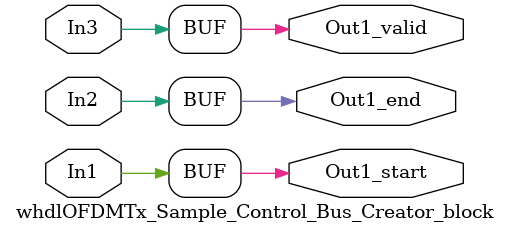
<source format=v>



`timescale 1 ns / 1 ns

module whdlOFDMTx_Sample_Control_Bus_Creator_block
          (In1,
           In2,
           In3,
           Out1_start,
           Out1_end,
           Out1_valid);


  input   In1;
  input   In2;
  input   In3;
  output  Out1_start;
  output  Out1_end;
  output  Out1_valid;




  assign Out1_start = In1;

  assign Out1_end = In2;

  assign Out1_valid = In3;

endmodule  // whdlOFDMTx_Sample_Control_Bus_Creator_block


</source>
